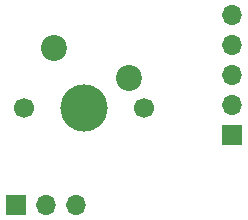
<source format=gbr>
%TF.GenerationSoftware,KiCad,Pcbnew,7.0.8*%
%TF.CreationDate,2024-02-06T14:03:30-06:00*%
%TF.ProjectId,Keeb,4b656562-2e6b-4696-9361-645f70636258,rev?*%
%TF.SameCoordinates,Original*%
%TF.FileFunction,Soldermask,Bot*%
%TF.FilePolarity,Negative*%
%FSLAX46Y46*%
G04 Gerber Fmt 4.6, Leading zero omitted, Abs format (unit mm)*
G04 Created by KiCad (PCBNEW 7.0.8) date 2024-02-06 14:03:30*
%MOMM*%
%LPD*%
G01*
G04 APERTURE LIST*
%ADD10R,1.700000X1.700000*%
%ADD11O,1.700000X1.700000*%
%ADD12C,2.200000*%
%ADD13C,1.700000*%
%ADD14C,4.000000*%
G04 APERTURE END LIST*
D10*
%TO.C,J3*%
X156720000Y-82200000D03*
D11*
X159260000Y-82200000D03*
X161800000Y-82200000D03*
%TD*%
D12*
%TO.C,SW1*%
X166290000Y-71460000D03*
X159940000Y-68920000D03*
D13*
X157400000Y-74000000D03*
X167560000Y-74000000D03*
D14*
X162480000Y-74000000D03*
%TD*%
D11*
%TO.C,J2*%
X175000000Y-66120000D03*
X175000000Y-68660000D03*
X175000000Y-71200000D03*
X175000000Y-73740000D03*
D10*
X175000000Y-76280000D03*
%TD*%
M02*

</source>
